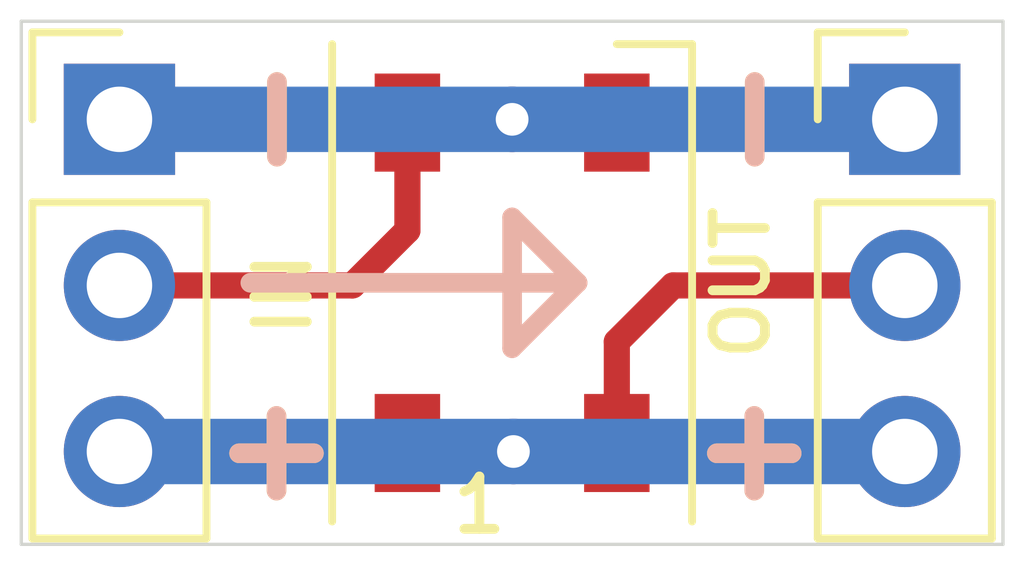
<source format=kicad_pcb>
(kicad_pcb (version 20221018) (generator pcbnew)
  (layers (0 "F.Cu" signal) (31 "B.Cu" signal) (34 "B.Paste" user) (35 "F.Paste" user) (36 "B.SilkS" user "B.Silkscreen") (37 "F.SilkS" user "F.Silkscreen") (38 "B.Mask" user) (39 "F.Mask" user) (44 "Edge.Cuts" user))
  (net 0 "")
  (net 1 "Net-(D1-Pad3)")
  (net 2 "Net-(D1-Pad4)")
  (net 3 "Net-(D1-Pad2)")
  (net 4 "Net-(D1-Pad1)")
  (footprint "Connector_PinHeader_2.54mm:PinHeader_1x03_P2.54mm_Vertical" (layer "F.Cu") (at 135 83)
    (fp_text reference "J2" hide)
    (fp_text value "OUT" (at -2.5 2.5 90) (layer "F.SilkS") (effects (font (size 0.8 0.8))))
    (fp_line (start -1.33 -1.33) (end 0 -1.33) (stroke (width 0.12)) (layer "F.SilkS"))
    (fp_line (start -1.33 0) (end -1.33 -1.33) (stroke (width 0.12)) (layer "F.SilkS"))
    (fp_line (start -1.33 1.27) (end -1.33 6.41) (stroke (width 0.12)) (layer "F.SilkS"))
    (fp_line (start -1.33 1.27) (end 1.33 1.27) (stroke (width 0.12)) (layer "F.SilkS"))
    (fp_line (start -1.33 6.41) (end 1.33 6.41) (stroke (width 0.12)) (layer "F.SilkS"))
    (fp_line (start 1.33 1.27) (end 1.33 6.41) (stroke (width 0.12)) (layer "F.SilkS"))
    (pad "1" thru_hole rect (at 0 0) (size 1.7 1.7) (drill 1) (layers "*.Cu" "*.Mask") (net 1 "Net-(D1-Pad3)"))
    (pad "2" thru_hole oval (at 0 2.54) (size 1.7 1.7) (drill 1) (layers "*.Cu" "*.Mask") (net 3 "Net-(D1-Pad2)"))
    (pad "3" thru_hole oval (at 0 5.08) (size 1.7 1.7) (drill 1) (layers "*.Cu" "*.Mask") (net 4 "Net-(D1-Pad1)"))
  )
  (footprint "Connector_PinHeader_2.54mm:PinHeader_1x03_P2.54mm_Vertical" (layer "F.Cu") (at 123 83)
    (fp_text reference "J1" hide)
    (fp_text value "IN" (at 2.5 2.674999 90) (layer "F.SilkS") (effects (font (size 0.8 0.8))))
    (fp_line (start -1.33 -1.33) (end 0 -1.33) (stroke (width 0.12)) (layer "F.SilkS"))
    (fp_line (start -1.33 0) (end -1.33 -1.33) (stroke (width 0.12)) (layer "F.SilkS"))
    (fp_line (start -1.33 1.27) (end -1.33 6.41) (stroke (width 0.12)) (layer "F.SilkS"))
    (fp_line (start -1.33 1.27) (end 1.33 1.27) (stroke (width 0.12)) (layer "F.SilkS"))
    (fp_line (start -1.33 6.41) (end 1.33 6.41) (stroke (width 0.12)) (layer "F.SilkS"))
    (fp_line (start 1.33 1.27) (end 1.33 6.41) (stroke (width 0.12)) (layer "F.SilkS"))
    (pad "1" thru_hole rect (at 0 0) (size 1.7 1.7) (drill 1) (layers "*.Cu" "*.Mask") (net 1 "Net-(D1-Pad3)"))
    (pad "2" thru_hole oval (at 0 2.54) (size 1.7 1.7) (drill 1) (layers "*.Cu" "*.Mask") (net 2 "Net-(D1-Pad4)"))
    (pad "3" thru_hole oval (at 0 5.08) (size 1.7 1.7) (drill 1) (layers "*.Cu" "*.Mask") (net 4 "Net-(D1-Pad1)"))
  )
  (footprint "LED_SMD:LED_WS2812B_PLCC4_5.0x5.0mm_P3.2mm" (layer "F.Cu") (at 129 85.5 90)
    (fp_text reference "D1" hide)
    (fp_text value "WS2812B")
    (fp_text user "1" (at -3.4 -0.5 180) (layer "F.SilkS") (effects (font (size 0.8 0.8))))
    (fp_line (start -3.65 -2.75) (end 3.65 -2.75) (stroke (width 0.12)) (layer "F.SilkS"))
    (fp_line (start -3.65 2.75) (end 3.65 2.75) (stroke (width 0.12)) (layer "F.SilkS"))
    (fp_line (start 3.65 2.75) (end 3.65 1.6) (stroke (width 0.12)) (layer "F.SilkS"))
    (pad "1" smd rect (at -2.45 -1.6 90) (size 1.5 1) (layers "F.Cu" "F.Paste" "F.Mask") (net 4 "Net-(D1-Pad1)"))
    (pad "2" smd rect (at -2.45 1.6 90) (size 1.5 1) (layers "F.Cu" "F.Paste" "F.Mask") (net 3 "Net-(D1-Pad2)"))
    (pad "3" smd rect (at 2.45 1.6 90) (size 1.5 1) (layers "F.Cu" "F.Paste" "F.Mask") (net 1 "Net-(D1-Pad3)"))
    (pad "4" smd rect (at 2.45 -1.6 90) (size 1.5 1) (layers "F.Cu" "F.Paste" "F.Mask") (net 2 "Net-(D1-Pad4)"))
  )
  (gr_line (start 129 86.5) (end 130 85.5) (stroke (width 0.3)) (layer "B.SilkS"))
  (gr_line (start 130 85.5) (end 129 84.5) (stroke (width 0.3)) (layer "B.SilkS"))
  (gr_line (start 129 84.5) (end 129 86.5) (stroke (width 0.3)) (layer "B.SilkS"))
  (gr_line (start 125 85.5) (end 130 85.5) (stroke (width 0.3)) (layer "B.SilkS"))
  (gr_line (start 136.5 89.5) (end 121.5 89.5) (stroke (width 0.05)) (layer "Edge.Cuts"))
  (gr_line (start 136.5 81.5) (end 121.5 81.5) (stroke (width 0.05)) (layer "Edge.Cuts"))
  (gr_line (start 121.5 89.5) (end 121.5 81.5) (stroke (width 0.05)) (layer "Edge.Cuts"))
  (gr_line (start 136.5 81.5) (end 136.5 89.5) (stroke (width 0.05)) (layer "Edge.Cuts"))
  (gr_text "-" (at 132.6 83 90) (layer "B.SilkS") (effects (font (size 1.5 1.5) (thickness 0.3)) (justify mirror)))
  (gr_text "+" (at 132.7 88) (layer "B.SilkS") (effects (font (size 1.5 1.5) (thickness 0.3)) (justify mirror)))
  (gr_text "-" (at 125.3 83 90) (layer "B.SilkS") (effects (font (size 1.5 1.5) (thickness 0.3)) (justify mirror)))
  (gr_text "+" (at 125.4 88) (layer "B.SilkS") (effects (font (size 1.5 1.5) (thickness 0.3)) (justify mirror)))
  (gr_text "-" (at 132.6 83 90) (layer "F.SilkS") (effects (font (size 1.5 1.5) (thickness 0.3)) (justify mirror)))
  (gr_text "+" (at 132.7 88) (layer "F.SilkS") (effects (font (size 1.5 1.5) (thickness 0.3)) (justify mirror)))
  (gr_text "-" (at 125.3 83 90) (layer "F.SilkS") (effects (font (size 1.5 1.5) (thickness 0.3)) (justify mirror)))
  (gr_text "+" (at 125.4 88) (layer "F.SilkS") (effects (font (size 1.5 1.5) (thickness 0.3)) (justify mirror)))
  (segment (start 129 83) (end 130.55 83) (width 0.4) (layer "F.Cu") (net 1))
  (segment (start 130.55 83) (end 130.6 83.05) (width 0.4) (layer "F.Cu") (net 1))
  (via (at 129 83) (size 1) (drill 0.5) (layers "F.Cu" "B.Cu") (net 1))
  (segment (start 124.25 83) (end 129 83) (width 0.4) (layer "B.Cu") (net 1))
  (segment (start 123 83) (end 124.25 83) (width 0.4) (layer "B.Cu") (net 1))
  (segment (start 129 83) (end 135 83) (width 0.4) (layer "B.Cu") (net 1))
  (segment (start 123 83) (end 135 83) (width 1) (layer "B.Cu") (net 1))
  (segment (start 123 85.54) (end 126.56 85.54) (width 0.4) (layer "F.Cu") (net 2))
  (segment (start 127.4 84.7) (end 127.4 83.05) (width 0.4) (layer "F.Cu") (net 2))
  (segment (start 126.56 85.54) (end 127.4 84.7) (width 0.4) (layer "F.Cu") (net 2))
  (segment (start 130.6 86.4) (end 131.46 85.54) (width 0.4) (layer "F.Cu") (net 3))
  (segment (start 130.6 87.95) (end 130.6 86.4) (width 0.4) (layer "F.Cu") (net 3))
  (segment (start 131.46 85.54) (end 135 85.54) (width 0.4) (layer "F.Cu") (net 3))
  (segment (start 129.02 88.08) (end 127.53 88.08) (width 0.4) (layer "F.Cu") (net 4))
  (segment (start 127.53 88.08) (end 127.4 87.95) (width 0.4) (layer "F.Cu") (net 4))
  (via (at 129.02 88.08) (size 1) (drill 0.5) (layers "F.Cu" "B.Cu") (net 4))
  (segment (start 123 88.08) (end 129.02 88.08) (width 0.4) (layer "B.Cu") (net 4))
  (segment (start 123 88.08) (end 135 88.08) (width 1) (layer "B.Cu") (net 4))
  (segment (start 129.02 88.08) (end 135.02 88.08) (width 0.4) (layer "B.Cu") (net 4))
)
</source>
